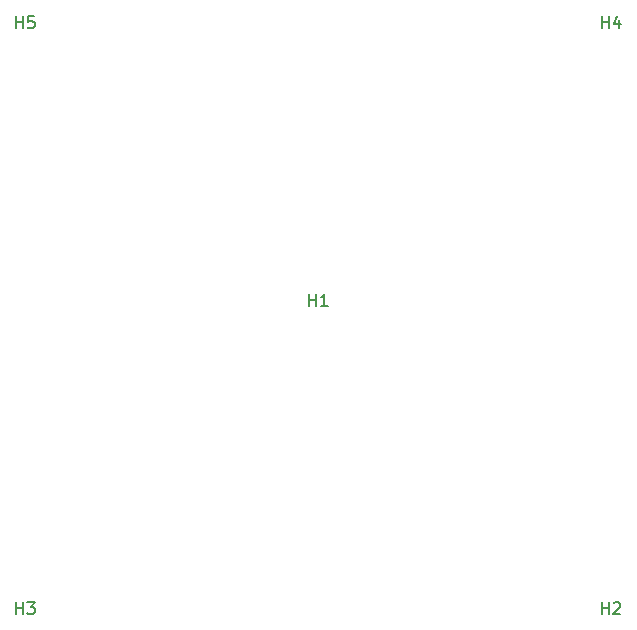
<source format=gbr>
%TF.GenerationSoftware,KiCad,Pcbnew,8.0.6*%
%TF.CreationDate,2025-01-31T16:33:36-05:00*%
%TF.ProjectId,Wire Spool Antenna Blank V1.2,57697265-2053-4706-9f6f-6c20416e7465,rev?*%
%TF.SameCoordinates,Original*%
%TF.FileFunction,Legend,Top*%
%TF.FilePolarity,Positive*%
%FSLAX46Y46*%
G04 Gerber Fmt 4.6, Leading zero omitted, Abs format (unit mm)*
G04 Created by KiCad (PCBNEW 8.0.6) date 2025-01-31 16:33:36*
%MOMM*%
%LPD*%
G01*
G04 APERTURE LIST*
%ADD10C,0.150000*%
G04 APERTURE END LIST*
D10*
X124038095Y-121054819D02*
X124038095Y-120054819D01*
X124038095Y-120531009D02*
X124609523Y-120531009D01*
X124609523Y-121054819D02*
X124609523Y-120054819D01*
X125038095Y-120150057D02*
X125085714Y-120102438D01*
X125085714Y-120102438D02*
X125180952Y-120054819D01*
X125180952Y-120054819D02*
X125419047Y-120054819D01*
X125419047Y-120054819D02*
X125514285Y-120102438D01*
X125514285Y-120102438D02*
X125561904Y-120150057D01*
X125561904Y-120150057D02*
X125609523Y-120245295D01*
X125609523Y-120245295D02*
X125609523Y-120340533D01*
X125609523Y-120340533D02*
X125561904Y-120483390D01*
X125561904Y-120483390D02*
X124990476Y-121054819D01*
X124990476Y-121054819D02*
X125609523Y-121054819D01*
X99238095Y-94954819D02*
X99238095Y-93954819D01*
X99238095Y-94431009D02*
X99809523Y-94431009D01*
X99809523Y-94954819D02*
X99809523Y-93954819D01*
X100809523Y-94954819D02*
X100238095Y-94954819D01*
X100523809Y-94954819D02*
X100523809Y-93954819D01*
X100523809Y-93954819D02*
X100428571Y-94097676D01*
X100428571Y-94097676D02*
X100333333Y-94192914D01*
X100333333Y-94192914D02*
X100238095Y-94240533D01*
X74438095Y-71454819D02*
X74438095Y-70454819D01*
X74438095Y-70931009D02*
X75009523Y-70931009D01*
X75009523Y-71454819D02*
X75009523Y-70454819D01*
X75961904Y-70454819D02*
X75485714Y-70454819D01*
X75485714Y-70454819D02*
X75438095Y-70931009D01*
X75438095Y-70931009D02*
X75485714Y-70883390D01*
X75485714Y-70883390D02*
X75580952Y-70835771D01*
X75580952Y-70835771D02*
X75819047Y-70835771D01*
X75819047Y-70835771D02*
X75914285Y-70883390D01*
X75914285Y-70883390D02*
X75961904Y-70931009D01*
X75961904Y-70931009D02*
X76009523Y-71026247D01*
X76009523Y-71026247D02*
X76009523Y-71264342D01*
X76009523Y-71264342D02*
X75961904Y-71359580D01*
X75961904Y-71359580D02*
X75914285Y-71407200D01*
X75914285Y-71407200D02*
X75819047Y-71454819D01*
X75819047Y-71454819D02*
X75580952Y-71454819D01*
X75580952Y-71454819D02*
X75485714Y-71407200D01*
X75485714Y-71407200D02*
X75438095Y-71359580D01*
X74438095Y-121054819D02*
X74438095Y-120054819D01*
X74438095Y-120531009D02*
X75009523Y-120531009D01*
X75009523Y-121054819D02*
X75009523Y-120054819D01*
X75390476Y-120054819D02*
X76009523Y-120054819D01*
X76009523Y-120054819D02*
X75676190Y-120435771D01*
X75676190Y-120435771D02*
X75819047Y-120435771D01*
X75819047Y-120435771D02*
X75914285Y-120483390D01*
X75914285Y-120483390D02*
X75961904Y-120531009D01*
X75961904Y-120531009D02*
X76009523Y-120626247D01*
X76009523Y-120626247D02*
X76009523Y-120864342D01*
X76009523Y-120864342D02*
X75961904Y-120959580D01*
X75961904Y-120959580D02*
X75914285Y-121007200D01*
X75914285Y-121007200D02*
X75819047Y-121054819D01*
X75819047Y-121054819D02*
X75533333Y-121054819D01*
X75533333Y-121054819D02*
X75438095Y-121007200D01*
X75438095Y-121007200D02*
X75390476Y-120959580D01*
X124038095Y-71454819D02*
X124038095Y-70454819D01*
X124038095Y-70931009D02*
X124609523Y-70931009D01*
X124609523Y-71454819D02*
X124609523Y-70454819D01*
X125514285Y-70788152D02*
X125514285Y-71454819D01*
X125276190Y-70407200D02*
X125038095Y-71121485D01*
X125038095Y-71121485D02*
X125657142Y-71121485D01*
M02*

</source>
